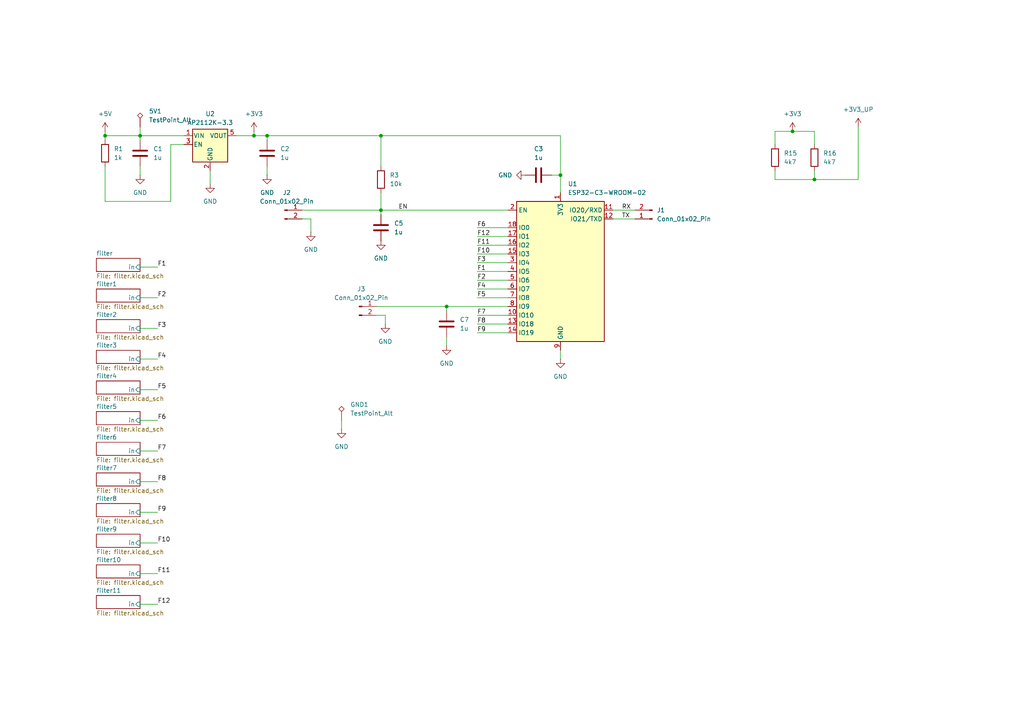
<source format=kicad_sch>
(kicad_sch (version 20250114) (generator "eeschema") (generator_version "9.0")
  (paper "A4")
  (lib_symbols
    (symbol "Connector:Conn_01x02_Pin" (pin_names (offset 1.016) (hide yes))
      (property "Reference" "J" (at 0 2.54 0))
      (property "Value" "Conn_01x02_Pin" (at 0 -5.08 0))
      (symbol "Conn_01x02_Pin_1_1"
        (rectangle (start 0.8636 0.127) (end 0 -0.127) (stroke (width 0.1524)) (fill (type outline)))
        (rectangle (start 0.8636 -2.413) (end 0 -2.667) (stroke (width 0.1524)) (fill (type outline)))
        (polyline (pts (xy 1.27 0) (xy 0.8636 0)) (stroke (width 0.1524)))
        (polyline (pts (xy 1.27 -2.54) (xy 0.8636 -2.54)) (stroke (width 0.1524)))
        (pin passive line (at 5.08 0 180) (length 3.81) (name "Pin_1") (number "1"))
        (pin passive line (at 5.08 -2.54 180) (length 3.81) (name "Pin_2") (number "2"))
      )
    )
    (symbol "Connector:TestPoint_Alt" (pin_numbers (hide yes)) (pin_names (offset 0.762) (hide yes))
      (property "Reference" "TP" (at 0 6.858 0))
      (property "Value" "TestPoint_Alt" (at 0 5.08 0))
      (symbol "TestPoint_Alt_0_1"
        (polyline (pts (xy 0 2.54) (xy -0.762 3.302) (xy 0 4.064) (xy 0.762 3.302) (xy 0 2.54)))
      )
      (symbol "TestPoint_Alt_1_1"
        (pin passive line (at 0 0 90) (length 2.54) (name "1") (number "1"))
      )
    )
    (symbol "Device:C" (pin_numbers (hide yes)) (pin_names (offset 0.254))
      (property "Reference" "C" (at 0.635 2.54 0))
      (property "Value" "C" (at 0.635 -2.54 0))
      (symbol "C_0_1"
        (polyline (pts (xy -2.032 0.762) (xy 2.032 0.762)) (stroke (width 0.508)))
        (polyline (pts (xy -2.032 -0.762) (xy 2.032 -0.762)) (stroke (width 0.508)))
      )
      (symbol "C_1_1"
        (pin passive line (at 0 3.81 270) (length 2.794) (name "~") (number "1"))
        (pin passive line (at 0 -3.81 90) (length 2.794) (name "~") (number "2"))
      )
    )
    (symbol "Device:R" (pin_numbers (hide yes)) (pin_names (offset 0))
      (property "Reference" "R" (at 2.032 0 90))
      (property "Value" "R" (at 0 0 90))
      (symbol "R_0_1"
        (rectangle (start -1.016 -2.54) (end 1.016 2.54) (stroke (width 0.254)))
      )
      (symbol "R_1_1"
        (pin passive line (at 0 3.81 270) (length 1.27) (name "~") (number "1"))
        (pin passive line (at 0 -3.81 90) (length 1.27) (name "~") (number "2"))
      )
    )
    (symbol "RF_Module:ESP32-C3-WROOM-02"
      (property "Reference" "U" (at -12.192 21.336 0))
      (property "Value" "ESP32-C3-WROOM-02" (at 12.192 21.336 0))
      (symbol "ESP32-C3-WROOM-02_1_1"
        (rectangle (start -12.7 20.32) (end 12.7 -20.32) (stroke (width 0.254)) (fill (type background)))
        (pin input line (at -15.24 17.78 0) (length 2.54) (name "EN") (number "2"))
        (pin bidirectional line (at -15.24 12.7 0) (length 2.54) (name "IO0") (number "18"))
        (pin bidirectional line (at -15.24 10.16 0) (length 2.54) (name "IO1") (number "17"))
        (pin bidirectional line (at -15.24 7.62 0) (length 2.54) (name "IO2") (number "16"))
        (pin bidirectional line (at -15.24 5.08 0) (length 2.54) (name "IO3") (number "15"))
        (pin bidirectional line (at -15.24 2.54 0) (length 2.54) (name "IO4") (number "3"))
        (pin bidirectional line (at -15.24 0 0) (length 2.54) (name "IO5") (number "4"))
        (pin bidirectional line (at -15.24 -2.54 0) (length 2.54) (name "IO6") (number "5"))
        (pin bidirectional line (at -15.24 -5.08 0) (length 2.54) (name "IO7") (number "6"))
        (pin bidirectional line (at -15.24 -7.62 0) (length 2.54) (name "IO8") (number "7"))
        (pin bidirectional line (at -15.24 -10.16 0) (length 2.54) (name "IO9") (number "8"))
        (pin bidirectional line (at -15.24 -12.7 0) (length 2.54) (name "IO10") (number "10"))
        (pin bidirectional line (at -15.24 -15.24 0) (length 2.54) (name "IO18") (number "13"))
        (pin bidirectional line (at -15.24 -17.78 0) (length 2.54) (name "IO19") (number "14"))
        (pin power_in line (at 0 22.86 270) (length 2.54) (name "3V3") (number "1"))
        (pin passive line (at 0 -22.86 90) (length 2.54) (hide yes) (name "GND") (number "19"))
        (pin power_in line (at 0 -22.86 90) (length 2.54) (name "GND") (number "9"))
        (pin bidirectional line (at 15.24 17.78 180) (length 2.54) (name "IO20/RXD") (number "11"))
        (pin bidirectional line (at 15.24 15.24 180) (length 2.54) (name "IO21/TXD") (number "12"))
      )
    )
    (symbol "Regulator_Linear:AP2112K-3.3" (pin_names (offset 0.254))
      (property "Reference" "U" (at -5.08 5.715 0))
      (property "Value" "AP2112K-3.3" (at 0 5.715 0))
      (symbol "AP2112K-3.3_0_1"
        (rectangle (start -5.08 4.445) (end 5.08 -5.08) (stroke (width 0.254)) (fill (type background)))
      )
      (symbol "AP2112K-3.3_1_1"
        (pin power_in line (at -7.62 2.54 0) (length 2.54) (name "VIN") (number "1"))
        (pin input line (at -7.62 0 0) (length 2.54) (name "EN") (number "3"))
        (pin power_in line (at 0 -7.62 90) (length 2.54) (name "GND") (number "2"))
        (pin no_connect line (at 5.08 0 180) (length 2.54) (hide yes) (name "NC") (number "4"))
        (pin power_out line (at 7.62 2.54 180) (length 2.54) (name "VOUT") (number "5"))
      )
    )
    (symbol "power:+3V3" (power) (pin_numbers (hide yes)) (pin_names (offset 0) (hide yes))
      (property "Value" "+3V3" (at 0 3.556 0))
      (symbol "+3V3_0_1"
        (polyline (pts (xy -0.762 1.27) (xy 0 2.54)))
        (polyline (pts (xy 0 2.54) (xy 0.762 1.27)))
        (polyline (pts (xy 0 0) (xy 0 2.54)))
      )
      (symbol "+3V3_1_1"
        (pin power_in line (at 0 0 90) (length 0) (name "~") (number "1"))
      )
    )
    (symbol "power:+5V" (power) (pin_numbers (hide yes)) (pin_names (offset 0) (hide yes))
      (property "Value" "+5V" (at 0 3.556 0))
      (symbol "+5V_0_1"
        (polyline (pts (xy -0.762 1.27) (xy 0 2.54)))
        (polyline (pts (xy 0 2.54) (xy 0.762 1.27)))
        (polyline (pts (xy 0 0) (xy 0 2.54)))
      )
      (symbol "+5V_1_1"
        (pin power_in line (at 0 0 90) (length 0) (name "~") (number "1"))
      )
    )
    (symbol "power:GND" (power) (pin_numbers (hide yes)) (pin_names (offset 0) (hide yes))
      (property "Value" "GND" (at 0 -3.81 0))
      (symbol "GND_0_1"
        (polyline (pts (xy 0 0) (xy 0 -1.27) (xy 1.27 -1.27) (xy 0 -2.54) (xy -1.27 -1.27) (xy 0 -1.27)))
      )
      (symbol "GND_1_1"
        (pin power_in line (at 0 0 270) (length 0) (name "~") (number "1"))
      )
    )
  )
  (junction (at 73.66 39.37))
  (junction (at 162.56 50.8))
  (junction (at 110.49 60.96))
  (junction (at 30.48 39.37))
  (junction (at 110.49 39.37))
  (junction (at 129.54 88.9))
  (junction (at 229.87 38.1))
  (junction (at 77.47 39.37))
  (junction (at 40.64 39.37))
  (junction (at 236.22 52.07))
  (wire (pts (xy 77.47 39.37) (xy 77.47 40.64)))
  (wire (pts (xy 138.43 91.44) (xy 147.32 91.44)))
  (wire (pts (xy 40.64 39.37) (xy 53.34 39.37)))
  (wire (pts (xy 110.49 60.96) (xy 147.32 60.96)))
  (wire (pts (xy 138.43 81.28) (xy 147.32 81.28)))
  (wire (pts (xy 224.79 38.1) (xy 229.87 38.1)))
  (wire (pts (xy 236.22 38.1) (xy 236.22 41.91)))
  (wire (pts (xy 77.47 48.26) (xy 77.47 50.8)))
  (wire (pts (xy 40.64 77.47) (xy 45.72 77.47)))
  (wire (pts (xy 138.43 71.12) (xy 147.32 71.12)))
  (wire (pts (xy 110.49 55.88) (xy 110.49 60.96)))
  (wire (pts (xy 224.79 41.91) (xy 224.79 38.1)))
  (wire (pts (xy 30.48 58.42) (xy 49.53 58.42)))
  (wire (pts (xy 40.64 166.37) (xy 45.72 166.37)))
  (wire (pts (xy 40.64 86.36) (xy 45.72 86.36)))
  (wire (pts (xy 248.92 36.83) (xy 248.92 52.07)))
  (wire (pts (xy 138.43 68.58) (xy 147.32 68.58)))
  (wire (pts (xy 138.43 83.82) (xy 147.32 83.82)))
  (wire (pts (xy 177.8 63.5) (xy 184.15 63.5)))
  (wire (pts (xy 129.54 88.9) (xy 129.54 90.17)))
  (wire (pts (xy 73.66 39.37) (xy 77.47 39.37)))
  (wire (pts (xy 138.43 96.52) (xy 147.32 96.52)))
  (wire (pts (xy 40.64 113.03) (xy 45.72 113.03)))
  (wire (pts (xy 40.64 139.7) (xy 45.72 139.7)))
  (wire (pts (xy 129.54 97.79) (xy 129.54 100.33)))
  (wire (pts (xy 53.34 41.91) (xy 49.53 41.91)))
  (wire (pts (xy 224.79 49.53) (xy 224.79 52.07)))
  (wire (pts (xy 111.76 91.44) (xy 111.76 93.98)))
  (wire (pts (xy 138.43 73.66) (xy 147.32 73.66)))
  (wire (pts (xy 87.63 63.5) (xy 90.17 63.5)))
  (wire (pts (xy 40.64 36.83) (xy 40.64 39.37)))
  (wire (pts (xy 40.64 148.59) (xy 45.72 148.59)))
  (wire (pts (xy 60.96 49.53) (xy 60.96 53.34)))
  (wire (pts (xy 68.58 39.37) (xy 73.66 39.37)))
  (wire (pts (xy 99.06 121.92) (xy 99.06 124.46)))
  (wire (pts (xy 40.64 175.26) (xy 45.72 175.26)))
  (wire (pts (xy 30.48 39.37) (xy 30.48 40.64)))
  (wire (pts (xy 40.64 130.81) (xy 45.72 130.81)))
  (wire (pts (xy 162.56 101.6) (xy 162.56 104.14)))
  (wire (pts (xy 224.79 52.07) (xy 236.22 52.07)))
  (wire (pts (xy 90.17 63.5) (xy 90.17 67.31)))
  (wire (pts (xy 177.8 60.96) (xy 184.15 60.96)))
  (wire (pts (xy 109.22 88.9) (xy 129.54 88.9)))
  (wire (pts (xy 138.43 78.74) (xy 147.32 78.74)))
  (wire (pts (xy 162.56 50.8) (xy 162.56 55.88)))
  (wire (pts (xy 236.22 49.53) (xy 236.22 52.07)))
  (wire (pts (xy 109.22 91.44) (xy 111.76 91.44)))
  (wire (pts (xy 40.64 157.48) (xy 45.72 157.48)))
  (wire (pts (xy 110.49 39.37) (xy 110.49 48.26)))
  (wire (pts (xy 87.63 60.96) (xy 110.49 60.96)))
  (wire (pts (xy 110.49 39.37) (xy 77.47 39.37)))
  (wire (pts (xy 138.43 93.98) (xy 147.32 93.98)))
  (wire (pts (xy 30.48 48.26) (xy 30.48 58.42)))
  (wire (pts (xy 138.43 86.36) (xy 147.32 86.36)))
  (wire (pts (xy 162.56 39.37) (xy 110.49 39.37)))
  (wire (pts (xy 40.64 121.92) (xy 45.72 121.92)))
  (wire (pts (xy 40.64 95.25) (xy 45.72 95.25)))
  (wire (pts (xy 162.56 50.8) (xy 162.56 39.37)))
  (wire (pts (xy 129.54 88.9) (xy 147.32 88.9)))
  (wire (pts (xy 229.87 38.1) (xy 236.22 38.1)))
  (wire (pts (xy 73.66 38.1) (xy 73.66 39.37)))
  (wire (pts (xy 160.02 50.8) (xy 162.56 50.8)))
  (wire (pts (xy 138.43 76.2) (xy 147.32 76.2)))
  (wire (pts (xy 40.64 48.26) (xy 40.64 50.8)))
  (wire (pts (xy 138.43 66.04) (xy 147.32 66.04)))
  (wire (pts (xy 49.53 41.91) (xy 49.53 58.42)))
  (wire (pts (xy 40.64 39.37) (xy 40.64 40.64)))
  (wire (pts (xy 30.48 38.1) (xy 30.48 39.37)))
  (wire (pts (xy 110.49 60.96) (xy 110.49 62.23)))
  (wire (pts (xy 40.64 104.14) (xy 45.72 104.14)))
  (wire (pts (xy 236.22 52.07) (xy 248.92 52.07)))
  (wire (pts (xy 30.48 39.37) (xy 40.64 39.37)))
  (label "F9" (at 45.72 148.59 0))
  (label "RX" (at 180.34 60.96 0))
  (label "F4" (at 138.43 83.82 0))
  (label "F8" (at 45.72 139.7 0))
  (label "F1" (at 138.43 78.74 0))
  (label "F10" (at 138.43 73.66 0))
  (label "F2" (at 45.72 86.36 0))
  (label "F5" (at 45.72 113.03 0))
  (label "EN" (at 115.57 60.96 0))
  (label "F7" (at 45.72 130.81 0))
  (label "F4" (at 45.72 104.14 0))
  (label "F12" (at 138.43 68.58 0))
  (label "F8" (at 138.43 93.98 0))
  (label "F10" (at 45.72 157.48 0))
  (label "TX" (at 180.34 63.5 0))
  (label "F3" (at 138.43 76.2 0))
  (label "F1" (at 45.72 77.47 0))
  (label "F7" (at 138.43 91.44 0))
  (label "F3" (at 45.72 95.25 0))
  (label "F11" (at 138.43 71.12 0))
  (label "F11" (at 45.72 166.37 0))
  (label "F5" (at 138.43 86.36 0))
  (label "F6" (at 138.43 66.04 0))
  (label "F6" (at 45.72 121.92 0))
  (label "F9" (at 138.43 96.52 0))
  (label "F2" (at 138.43 81.28 0))
  (label "F12" (at 45.72 175.26 0))
  (symbol (lib_id "Device:R") (at 224.79 45.72 0) (unit 1)
    (property "Reference" "R15" (at 227.33 44.4499 0) (effects (justify left)))
    (property "Value" "4k7" (at 227.33 46.9899 0) (effects (justify left)))
    (property "Footprint" "Resistor_SMD:R_0805_2012Metric" (effects (hide yes)))
    (property "Description" "Resistor" (effects (hide yes)))
  )
  (symbol (lib_id "power:GND") (at 77.47 50.8 0) (unit 1)
    (property "Reference" "#PWR03" (effects (hide yes)))
    (property "Value" "GND" (at 77.47 55.88 0))
    (property "Description" "Power symbol creates a global label with name \"GND\" , ground" (effects (hide yes)))
  )
  (symbol (lib_id "Connector:Conn_01x02_Pin") (at 82.55 60.96 0) (unit 1)
    (property "Reference" "J2" (at 83.185 55.88 0))
    (property "Value" "Conn_01x02_Pin" (at 83.185 58.42 0))
    (property "Footprint" "Connector_PinHeader_2.54mm:PinHeader_1x02_P2.54mm_Vertical" (effects (hide yes)))
    (property "Description" "Generic connector, single row, 01x02, script generated" (effects (hide yes)))
  )
  (symbol (lib_id "power:GND") (at 40.64 50.8 0) (unit 1)
    (property "Reference" "#PWR04" (effects (hide yes)))
    (property "Value" "GND" (at 40.64 55.88 0))
    (property "Description" "Power symbol creates a global label with name \"GND\" , ground" (effects (hide yes)))
  )
  (symbol (lib_id "power:+3V3") (at 248.92 36.83 0) (unit 1)
    (property "Reference" "#PWR07" (effects (hide yes)))
    (property "Value" "+3V3_UP" (at 248.92 31.75 0))
    (property "Description" "Power symbol creates a global label with name \"+3V3\"" (effects (hide yes)))
  )
  (symbol (lib_id "Device:R") (at 110.49 52.07 0) (unit 1)
    (property "Reference" "R3" (at 113.03 50.7999 0) (effects (justify left)))
    (property "Value" "10k" (at 113.03 53.3399 0) (effects (justify left)))
    (property "Footprint" "Resistor_SMD:R_0805_2012Metric" (effects (hide yes)))
    (property "Description" "Resistor" (effects (hide yes)))
  )
  (symbol (lib_id "power:+3V3") (at 229.87 38.1 0) (unit 1)
    (property "Reference" "#PWR05" (effects (hide yes)))
    (property "Value" "+3V3" (at 229.87 33.02 0))
    (property "Description" "Power symbol creates a global label with name \"+3V3\"" (effects (hide yes)))
  )
  (symbol (lib_id "Connector:TestPoint_Alt") (at 99.06 121.92 0) (unit 1)
    (property "Reference" "GND1" (at 101.6 117.3479 0) (effects (justify left)))
    (property "Value" "TestPoint_Alt" (at 101.6 119.8879 0) (effects (justify left)))
    (property "Footprint" "TestPoint:TestPoint_THTPad_D2.0mm_Drill1.0mm" (effects (hide yes)))
    (property "Description" "test point (alternative shape)" (effects (hide yes)))
  )
  (symbol (lib_id "power:GND") (at 129.54 100.33 0) (unit 1)
    (property "Reference" "#PWR012" (effects (hide yes)))
    (property "Value" "GND" (at 129.54 105.41 0))
    (property "Description" "Power symbol creates a global label with name \"GND\" , ground" (effects (hide yes)))
  )
  (symbol (lib_id "Device:C") (at 77.47 44.45 0) (unit 1)
    (property "Reference" "C2" (at 81.28 43.1799 0) (effects (justify left)))
    (property "Value" "1u" (at 81.28 45.7199 0) (effects (justify left)))
    (property "Footprint" "Capacitor_SMD:C_0805_2012Metric" (effects (hide yes)))
    (property "Description" "Unpolarized capacitor" (effects (hide yes)))
  )
  (symbol (lib_id "power:GND") (at 162.56 104.14 0) (unit 1)
    (property "Reference" "#PWR01" (effects (hide yes)))
    (property "Value" "GND" (at 162.56 109.22 0))
    (property "Description" "Power symbol creates a global label with name \"GND\" , ground" (effects (hide yes)))
  )
  (symbol (lib_id "Connector:Conn_01x02_Pin") (at 189.23 63.5 180) (unit 1)
    (property "Reference" "J1" (at 190.5 60.9599 0) (effects (justify right)))
    (property "Value" "Conn_01x02_Pin" (at 190.5 63.4999 0) (effects (justify right)))
    (property "Footprint" "Connector_PinHeader_2.54mm:PinHeader_1x02_P2.54mm_Vertical" (effects (hide yes)))
    (property "Description" "Generic connector, single row, 01x02, script generated" (effects (hide yes)))
  )
  (symbol (lib_id "Device:C") (at 40.64 44.45 0) (unit 1)
    (property "Reference" "C1" (at 44.45 43.1799 0) (effects (justify left)))
    (property "Value" "1u" (at 44.45 45.7199 0) (effects (justify left)))
    (property "Footprint" "Capacitor_SMD:C_0805_2012Metric" (effects (hide yes)))
    (property "Description" "Unpolarized capacitor" (effects (hide yes)))
  )
  (symbol (lib_id "power:GND") (at 90.17 67.31 0) (unit 1)
    (property "Reference" "#PWR010" (effects (hide yes)))
    (property "Value" "GND" (at 90.17 72.39 0))
    (property "Description" "Power symbol creates a global label with name \"GND\" , ground" (effects (hide yes)))
  )
  (symbol (lib_id "Regulator_Linear:AP2112K-3.3") (at 60.96 41.91 0) (unit 1)
    (property "Reference" "U2" (at 60.96 33.02 0))
    (property "Value" "AP2112K-3.3" (at 60.96 35.56 0))
    (property "Footprint" "Package_TO_SOT_SMD:SOT-23-5" (effects (hide yes)))
    (property "Datasheet" "https://www.diodes.com/assets/Datasheets/AP2112.pdf" (effects (hide yes)))
    (property "Description" "600mA low dropout linear regulator, with enable pin, 3.8V-6V input voltage range, 3.3V fixed positive output, SOT-23-5" (effects (hide yes)))
  )
  (symbol (lib_id "power:+5V") (at 30.48 38.1 0) (unit 1)
    (property "Reference" "#PWR036" (effects (hide yes)))
    (property "Value" "+5V" (at 30.48 33.02 0))
    (property "Description" "Power symbol creates a global label with name \"+5V\"" (effects (hide yes)))
  )
  (symbol (lib_id "Device:C") (at 156.21 50.8 90) (unit 1)
    (property "Reference" "C3" (at 156.21 43.18 90))
    (property "Value" "1u" (at 156.21 45.72 90))
    (property "Footprint" "Capacitor_SMD:C_0805_2012Metric" (effects (hide yes)))
    (property "Description" "Unpolarized capacitor" (effects (hide yes)))
  )
  (symbol (lib_id "power:GND") (at 152.4 50.8 270) (unit 1)
    (property "Reference" "#PWR02" (effects (hide yes)))
    (property "Value" "GND" (at 148.59 50.7999 90) (effects (justify right)))
    (property "Description" "Power symbol creates a global label with name \"GND\" , ground" (effects (hide yes)))
  )
  (symbol (lib_id "power:GND") (at 110.49 69.85 0) (unit 1)
    (property "Reference" "#PWR08" (effects (hide yes)))
    (property "Value" "GND" (at 110.49 74.93 0))
    (property "Description" "Power symbol creates a global label with name \"GND\" , ground" (effects (hide yes)))
  )
  (symbol (lib_id "power:+3V3") (at 73.66 38.1 0) (unit 1)
    (property "Reference" "#PWR035" (effects (hide yes)))
    (property "Value" "+3V3" (at 73.66 33.02 0))
    (property "Description" "Power symbol creates a global label with name \"+3V3\"" (effects (hide yes)))
  )
  (symbol (lib_id "power:GND") (at 99.06 124.46 0) (unit 1)
    (property "Reference" "#PWR037" (effects (hide yes)))
    (property "Value" "GND" (at 99.06 129.54 0))
    (property "Description" "Power symbol creates a global label with name \"GND\" , ground" (effects (hide yes)))
  )
  (symbol (lib_id "Device:R") (at 236.22 45.72 0) (unit 1)
    (property "Reference" "R16" (at 238.76 44.4499 0) (effects (justify left)))
    (property "Value" "4k7" (at 238.76 46.9899 0) (effects (justify left)))
    (property "Footprint" "Resistor_SMD:R_0805_2012Metric" (effects (hide yes)))
    (property "Description" "Resistor" (effects (hide yes)))
  )
  (symbol (lib_id "Device:C") (at 110.49 66.04 0) (unit 1)
    (property "Reference" "C5" (at 114.3 64.7699 0) (effects (justify left)))
    (property "Value" "1u" (at 114.3 67.3099 0) (effects (justify left)))
    (property "Footprint" "Capacitor_SMD:C_0805_2012Metric" (effects (hide yes)))
    (property "Description" "Unpolarized capacitor" (effects (hide yes)))
  )
  (symbol (lib_id "Connector:Conn_01x02_Pin") (at 104.14 88.9 0) (unit 1)
    (property "Reference" "J3" (at 104.775 83.82 0))
    (property "Value" "Conn_01x02_Pin" (at 104.775 86.36 0))
    (property "Footprint" "Connector_PinHeader_2.54mm:PinHeader_1x02_P2.54mm_Vertical" (effects (hide yes)))
    (property "Description" "Generic connector, single row, 01x02, script generated" (effects (hide yes)))
  )
  (symbol (lib_id "Connector:TestPoint_Alt") (at 40.64 36.83 0) (unit 1)
    (property "Reference" "5V1" (at 43.18 32.2579 0) (effects (justify left)))
    (property "Value" "TestPoint_Alt" (at 43.18 34.7979 0) (effects (justify left)))
    (property "Footprint" "TestPoint:TestPoint_THTPad_D2.0mm_Drill1.0mm" (effects (hide yes)))
    (property "Description" "test point (alternative shape)" (effects (hide yes)))
  )
  (symbol (lib_id "power:GND") (at 60.96 53.34 0) (unit 1)
    (property "Reference" "#PWR034" (effects (hide yes)))
    (property "Value" "GND" (at 60.96 58.42 0))
    (property "Description" "Power symbol creates a global label with name \"GND\" , ground" (effects (hide yes)))
  )
  (symbol (lib_id "RF_Module:ESP32-C3-WROOM-02") (at 162.56 78.74 0) (unit 1)
    (property "Reference" "U1" (at 164.7033 53.34 0) (effects (justify left)))
    (property "Value" "ESP32-C3-WROOM-02" (at 164.7033 55.88 0) (effects (justify left)))
    (property "Footprint" "RF_Module:ESP32-C3-WROOM-02" (effects (hide yes)))
    (property "Datasheet" "https://www.espressif.com/sites/default/files/documentation/esp32-c3-wroom-02_datasheet_en.pdf" (effects (hide yes)))
    (property "Description" "802.11 b/g/n Wi­Fi and Bluetooth 5 module, ESP32­C3 SoC, RISC­V microprocessor, On-board antenna" (effects (hide yes)))
  )
  (symbol (lib_id "Device:R") (at 30.48 44.45 0) (unit 1)
    (property "Reference" "R1" (at 33.02 43.1799 0) (effects (justify left)))
    (property "Value" "1k" (at 33.02 45.7199 0) (effects (justify left)))
    (property "Footprint" "Resistor_SMD:R_0805_2012Metric" (effects (hide yes)))
    (property "Description" "Resistor" (effects (hide yes)))
  )
  (symbol (lib_id "power:GND") (at 111.76 93.98 0) (unit 1)
    (property "Reference" "#PWR011" (effects (hide yes)))
    (property "Value" "GND" (at 111.76 99.06 0))
    (property "Description" "Power symbol creates a global label with name \"GND\" , ground" (effects (hide yes)))
  )
  (symbol (lib_id "Device:C") (at 129.54 93.98 0) (unit 1)
    (property "Reference" "C7" (at 133.35 92.7099 0) (effects (justify left)))
    (property "Value" "1u" (at 133.35 95.2499 0) (effects (justify left)))
    (property "Footprint" "Capacitor_SMD:C_0805_2012Metric" (effects (hide yes)))
    (property "Description" "Unpolarized capacitor" (effects (hide yes)))
  )
  (sheet (at 27.94 74.93) (size 12.7 3.81) (stroke (width 0.1524))
    (property "Sheetname" "filter" (at 27.94 74.2184 0) (effects (justify left bottom)))
    (property "Sheetfile" "filter.kicad_sch" (at 27.94 79.3246 0) (effects (justify left top)))
    (pin "in" input (at 40.64 77.47 0))
  )
  (sheet (at 27.94 119.38) (size 12.7 3.81) (stroke (width 0.1524))
    (property "Sheetname" "filter5" (at 27.94 118.6684 0) (effects (justify left bottom)))
    (property "Sheetfile" "filter.kicad_sch" (at 27.94 123.7746 0) (effects (justify left top)))
    (pin "in" input (at 40.64 121.92 0))
  )
  (sheet (at 27.94 128.27) (size 12.7 3.81) (stroke (width 0.1524))
    (property "Sheetname" "filter6" (at 27.94 127.5584 0) (effects (justify left bottom)))
    (property "Sheetfile" "filter.kicad_sch" (at 27.94 132.6646 0) (effects (justify left top)))
    (pin "in" input (at 40.64 130.81 0))
  )
  (sheet (at 27.94 172.72) (size 12.7 3.81) (stroke (width 0.1524))
    (property "Sheetname" "filter11" (at 27.94 172.0084 0) (effects (justify left bottom)))
    (property "Sheetfile" "filter.kicad_sch" (at 27.94 177.1146 0) (effects (justify left top)))
    (pin "in" input (at 40.64 175.26 0))
  )
  (sheet (at 27.94 154.94) (size 12.7 3.81) (stroke (width 0.1524))
    (property "Sheetname" "filter9" (at 27.94 154.2284 0) (effects (justify left bottom)))
    (property "Sheetfile" "filter.kicad_sch" (at 27.94 159.3346 0) (effects (justify left top)))
    (pin "in" input (at 40.64 157.48 0))
  )
  (sheet (at 27.94 92.71) (size 12.7 3.81) (stroke (width 0.1524))
    (property "Sheetname" "filter2" (at 27.94 91.9984 0) (effects (justify left bottom)))
    (property "Sheetfile" "filter.kicad_sch" (at 27.94 97.1046 0) (effects (justify left top)))
    (pin "in" input (at 40.64 95.25 0))
  )
  (sheet (at 27.94 137.16) (size 12.7 3.81) (stroke (width 0.1524))
    (property "Sheetname" "filter7" (at 27.94 136.4484 0) (effects (justify left bottom)))
    (property "Sheetfile" "filter.kicad_sch" (at 27.94 141.5546 0) (effects (justify left top)))
    (pin "in" input (at 40.64 139.7 0))
  )
  (sheet (at 27.94 110.49) (size 12.7 3.81) (stroke (width 0.1524))
    (property "Sheetname" "filter4" (at 27.94 109.7784 0) (effects (justify left bottom)))
    (property "Sheetfile" "filter.kicad_sch" (at 27.94 114.8846 0) (effects (justify left top)))
    (pin "in" input (at 40.64 113.03 0))
  )
  (sheet (at 27.94 83.82) (size 12.7 3.81) (stroke (width 0.1524))
    (property "Sheetname" "filter1" (at 27.94 83.1084 0) (effects (justify left bottom)))
    (property "Sheetfile" "filter.kicad_sch" (at 27.94 88.2146 0) (effects (justify left top)))
    (pin "in" input (at 40.64 86.36 0))
  )
  (sheet (at 27.94 101.6) (size 12.7 3.81) (stroke (width 0.1524))
    (property "Sheetname" "filter3" (at 27.94 100.8884 0) (effects (justify left bottom)))
    (property "Sheetfile" "filter.kicad_sch" (at 27.94 105.9946 0) (effects (justify left top)))
    (pin "in" input (at 40.64 104.14 0))
  )
  (sheet (at 27.94 146.05) (size 12.7 3.81) (stroke (width 0.1524))
    (property "Sheetname" "filter8" (at 27.94 145.3384 0) (effects (justify left bottom)))
    (property "Sheetfile" "filter.kicad_sch" (at 27.94 150.4446 0) (effects (justify left top)))
    (pin "in" input (at 40.64 148.59 0))
  )
  (sheet (at 27.94 163.83) (size 12.7 3.81) (stroke (width 0.1524))
    (property "Sheetname" "filter10" (at 27.94 163.1184 0) (effects (justify left bottom)))
    (property "Sheetfile" "filter.kicad_sch" (at 27.94 168.2246 0) (effects (justify left top)))
    (pin "in" input (at 40.64 166.37 0))
  )
)
</source>
